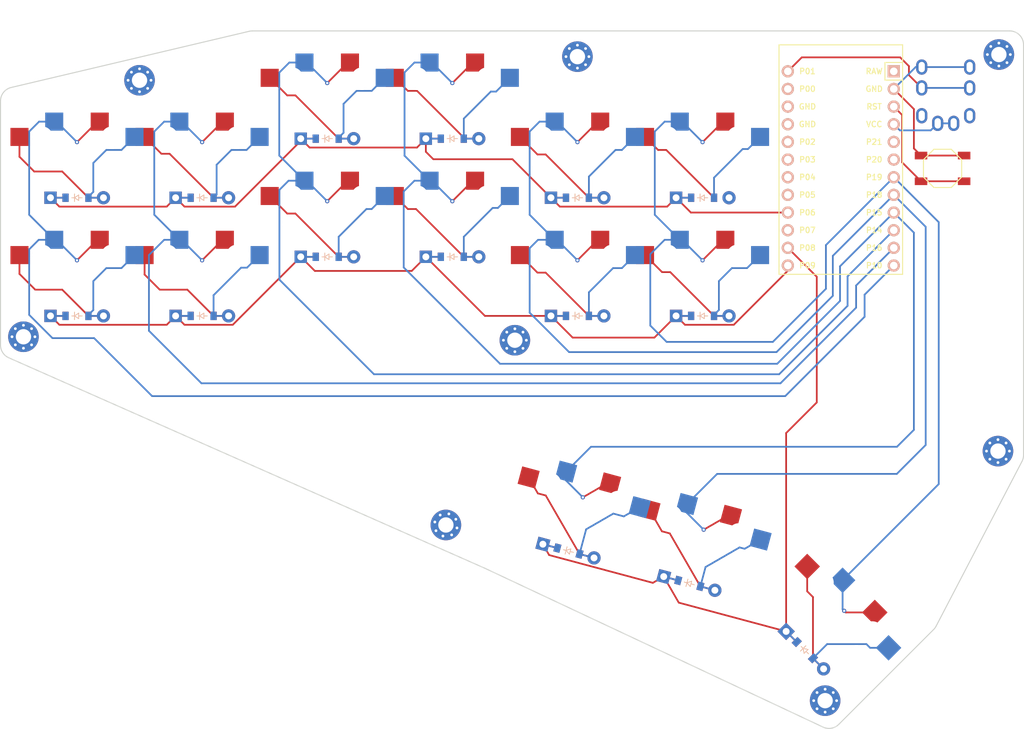
<source format=kicad_pcb>
(kicad_pcb (version 20211014) (generator pcbnew)
  (title_block (title "main") (rev "v1.0.0") (company "Unknown"))
  (layers (0 "F.Cu" signal) (31 "B.Cu" signal) (34 "B.Paste" user) (35 "F.Paste" user) (36 "B.SilkS" user "B.Silkscreen") (37 "F.SilkS" user "F.Silkscreen") (38 "B.Mask" user) (39 "F.Mask" user) (44 "Edge.Cuts" user))
  (net 0 "")
  (net 1 "P10")
  (net 2 "outer_bottom")
  (net 3 "outer_top")
  (net 4 "P16")
  (net 5 "pinky_bottom")
  (net 6 "pinky_top")
  (net 7 "P14")
  (net 8 "ring_bottom")
  (net 9 "ring_top")
  (net 10 "P15")
  (net 11 "middle_bottom")
  (net 12 "middle_top")
  (net 13 "P18")
  (net 14 "index_bottom")
  (net 15 "index_top")
  (net 16 "P19")
  (net 17 "inner_bottom")
  (net 18 "inner_top")
  (net 19 "left_row0")
  (net 20 "right_row0")
  (net 21 "inner_row0")
  (net 22 "P9")
  (net 23 "P6")
  (net 24 "P8")
  (net 25 "RAW")
  (net 26 "GND")
  (net 27 "RST")
  (net 28 "VCC")
  (net 29 "P21")
  (net 30 "P20")
  (net 31 "P1")
  (net 32 "P0")
  (net 33 "P2")
  (net 34 "P3")
  (net 35 "P4")
  (net 36 "P5")
  (net 37 "P7")
  (net 38 "NA")
  (footprint "E73:SW_TACT_ALPS_SKQGABE010" (layer "F.Cu") (at 192.286307 79.234243)
    (fp_text reference "B1" hide)
    (fp_text value "" hide)
  )
  (footprint "ComboDiode" (layer "F.Cu") (at 103.756299 91.954247)
    (fp_text reference "D5" hide)
    (fp_text value "" hide)
  )
  (footprint "PG1350" (layer "F.Cu") (at 85.756303 78.454243)
    (fp_text reference "S4" hide)
    (fp_text value "" hide)
  )
  (footprint "MountingHole_2.2mm_M2_Pad_Via" (layer "F.Cu") (at 200.256304 119.904245)
    (fp_text reference "_21" hide)
    (fp_text value "")
  )
  (footprint "PG1350" (layer "F.Cu") (at 157.142968 134.112984 -15)
    (fp_text reference "S14" hide)
    (fp_text value "" hide)
  )
  (footprint "ComboDiode" (layer "F.Cu") (at 139.756302 83.454247)
    (fp_text reference "D10" hide)
    (fp_text value "" hide)
  )
  (footprint "ComboDiode" (layer "F.Cu") (at 172.475171 148.541817 -45)
    (fp_text reference "D15" hide)
    (fp_text value "" hide)
  )
  (footprint "ComboDiode" (layer "F.Cu") (at 103.756303 74.954247)
    (fp_text reference "D6" hide)
    (fp_text value "" hide)
  )
  (footprint "VIA-0.6mm" (layer "F.Cu") (at 103.756302 83.954249)
    (fp_text reference "REF**" hide)
    (fp_text value "VIA-0.6mm" hide)
  )
  (footprint "VIA-0.6mm" (layer "F.Cu") (at 121.7563 83.954247)
    (fp_text reference "REF**" hide)
    (fp_text value "VIA-0.6mm" hide)
  )
  (footprint "ComboDiode" (layer "F.Cu") (at 121.756303 91.954246)
    (fp_text reference "D7" hide)
    (fp_text value "" hide)
  )
  (footprint "PG1350" (layer "F.Cu") (at 103.756301 69.954243)
    (fp_text reference "S6" hide)
    (fp_text value "" hide)
  )
  (footprint "ComboDiode" (layer "F.Cu") (at 67.756298 83.454244)
    (fp_text reference "D2" hide)
    (fp_text value "" hide)
  )
  (footprint "ComboDiode" (layer "F.Cu") (at 67.756303 100.454246)
    (fp_text reference "D1" hide)
    (fp_text value "" hide)
  )
  (footprint "ComboDiode" (layer "F.Cu") (at 85.756298 100.454246)
    (fp_text reference "D3" hide)
    (fp_text value "" hide)
  )
  (footprint "VIA-0.6mm" (layer "F.Cu") (at 157.756297 75.454243)
    (fp_text reference "REF**" hide)
    (fp_text value "VIA-0.6mm" hide)
  )
  (footprint "PG1350" (layer "F.Cu") (at 85.756296 95.454245)
    (fp_text reference "S3" hide)
    (fp_text value "" hide)
  )
  (footprint "VIA-0.6mm" (layer "F.Cu") (at 157.756296 92.454247)
    (fp_text reference "REF**" hide)
    (fp_text value "VIA-0.6mm" hide)
  )
  (footprint "ComboDiode" (layer "F.Cu") (at 155.848872 138.942621 -15)
    (fp_text reference "D14" hide)
    (fp_text value "" hide)
  )
  (footprint "PG1350" (layer "F.Cu") (at 139.7563 95.454248)
    (fp_text reference "S9" hide)
    (fp_text value "" hide)
  )
  (footprint "MountingHole_2.2mm_M2_Pad_Via" (layer "F.Cu") (at 175.39199 155.807337 -45)
    (fp_text reference "_23" hide)
    (fp_text value "")
  )
  (footprint "VIA-0.6mm" (layer "F.Cu") (at 67.756301 92.454247)
    (fp_text reference "REF**" hide)
    (fp_text value "VIA-0.6mm" hide)
  )
  (footprint "PG1350" (layer "F.Cu") (at 157.756304 95.454242)
    (fp_text reference "S11" hide)
    (fp_text value "" hide)
  )
  (footprint "VIA-0.6mm" (layer "F.Cu") (at 139.7563 75.454246)
    (fp_text reference "REF**" hide)
    (fp_text value "VIA-0.6mm" hide)
  )
  (footprint "VIA-0.6mm" (layer "F.Cu") (at 103.756301 66.954247)
    (fp_text reference "REF**" hide)
    (fp_text value "VIA-0.6mm" hide)
  )
  (footprint "PG1350" (layer "F.Cu") (at 176.010706 145.006281 -45)
    (fp_text reference "S15" hide)
    (fp_text value "" hide)
  )
  (footprint "VIA-0.6mm" (layer "F.Cu") (at 85.756301 92.454244)
    (fp_text reference "REF**" hide)
    (fp_text value "VIA-0.6mm" hide)
  )
  (footprint "VIA-0.6mm" (layer "F.Cu") (at 140.532754 126.55647 -15)
    (fp_text reference "REF**" hide)
    (fp_text value "VIA-0.6mm" hide)
  )
  (footprint "VIA-0.6mm" (layer "F.Cu") (at 178.132023 142.884962 -45)
    (fp_text reference "REF**" hide)
    (fp_text value "VIA-0.6mm" hide)
  )
  (footprint "PG1350" (layer "F.Cu") (at 139.756301 78.454248)
    (fp_text reference "S10" hide)
    (fp_text value "" hide)
  )
  (footprint "ComboDiode" (layer "F.Cu") (at 85.756298 83.454248)
    (fp_text reference "D4" hide)
    (fp_text value "" hide)
  )
  (footprint "PG1350" (layer "F.Cu") (at 139.756298 129.454245 -15)
    (fp_text reference "S13" hide)
    (fp_text value "" hide)
  )
  (footprint "VIA-0.6mm" (layer "F.Cu") (at 85.756296 75.454246)
    (fp_text reference "REF**" hide)
    (fp_text value "VIA-0.6mm" hide)
  )
  (footprint "MountingHole_2.2mm_M2_Pad_Via" (layer "F.Cu") (at 120.832249 130.5331 -15)
    (fp_text reference "_22" hide)
    (fp_text value "")
  )
  (footprint "MountingHole_2.2mm_M2_Pad_Via" (layer "F.Cu") (at 130.756301 103.954246)
    (fp_text reference "_20" hide)
    (fp_text value "")
  )
  (footprint "VIA-0.6mm" (layer "F.Cu") (at 157.919428 131.215209 -15)
    (fp_text reference "REF**" hide)
    (fp_text value "VIA-0.6mm" hide)
  )
  (footprint "MountingHole_2.2mm_M2_Pad_Via" (layer "F.Cu") (at 139.756301 63.154244)
    (fp_text reference "_17" hide)
    (fp_text value "")
  )
  (footprint "ComboDiode" (layer "F.Cu") (at 139.756298 100.454249)
    (fp_text reference "D9" hide)
    (fp_text value "" hide)
  )
  (footprint "PG1350" (layer "F.Cu") (at 157.756298 78.454244)
    (fp_text reference "S12" hide)
    (fp_text value "" hide)
  )
  (footprint "TRRS-PJ-320A-dual" (layer "F.Cu") (at 193.8863 61.454246)
    (fp_text reference "TRRS1")
    (fp_text value "TRRS-PJ-320A-dual")
  )
  (footprint "PG1350" (layer "F.Cu") (at 103.756305 86.954244)
    (fp_text reference "S5" hide)
    (fp_text value "" hide)
  )
  (footprint "PG1350" (layer "F.Cu") (at 67.756301 95.454244)
    (fp_text reference "S1" hide)
    (fp_text value "" hide)
  )
  (footprint "VIA-0.6mm" (layer "F.Cu") (at 67.756295 75.454244)
    (fp_text reference "REF**" hide)
    (fp_text value "VIA-0.6mm" hide)
  )
  (footprint "PG1350" (layer "F.Cu") (at 121.756303 86.954244)
    (fp_text reference "S7" hide)
    (fp_text value "" hide)
  )
  (footprint "ProMicro" (layer "F.Cu") (at 177.646296 79.234249 -90)
    (fp_text reference "MCU1" hide)
    (fp_text value "" hide)
  )
  (footprint "ComboDiode" (layer "F.Cu") (at 121.756302 74.954245)
    (fp_text reference "D8" hide)
    (fp_text value "" hide)
  )
  (footprint "ComboDiode" (layer "F.Cu") (at 157.756301 83.454246)
    (fp_text reference "D12" hide)
    (fp_text value "" hide)
  )
  (footprint "ComboDiode" (layer "F.Cu") (at 157.7563 100.454249)
    (fp_text reference "D11" hide)
    (fp_text value "" hide)
  )
  (footprint "MountingHole_2.2mm_M2_Pad_Via" (layer "F.Cu") (at 76.756302 66.554242)
    (fp_text reference "_16" hide)
    (fp_text value "")
  )
  (footprint "MountingHole_2.2mm_M2_Pad_Via" (layer "F.Cu") (at 200.386299 62.854247)
    (fp_text reference "_18" hide)
    (fp_text value "")
  )
  (footprint "PG1350" (layer "F.Cu") (at 67.756302 78.454245)
    (fp_text reference "S2" hide)
    (fp_text value "" hide)
  )
  (footprint "MountingHole_2.2mm_M2_Pad_Via" (layer "F.Cu") (at 60.056299 103.454246)
    (fp_text reference "_19" hide)
    (fp_text value "")
  )
  (footprint "VIA-0.6mm" (layer "F.Cu") (at 139.756303 92.454246)
    (fp_text reference "REF**" hide)
    (fp_text value "VIA-0.6mm" hide)
  )
  (footprint "ComboDiode" (layer "F.Cu") (at 138.462206 134.283877 -15)
    (fp_text reference "D13" hide)
    (fp_text value "" hide)
  )
  (footprint "VIA-0.6mm" (layer "F.Cu") (at 121.7563 66.954246)
    (fp_text reference "REF**" hide)
    (fp_text value "VIA-0.6mm" hide)
  )
  (footprint "PG1350" (layer "F.Cu") (at 121.756302 69.954245)
    (fp_text reference "S8" hide)
    (fp_text value "" hide)
  )
  (gr_arc (start 126.392648 136.740234) (mid 126.413463 136.749579) (end 126.43417 136.75916) (layer "Edge.Cuts") (width 0.15))
  (gr_arc (start 177.357393 159.215935) (mid 176.287774 159.771809) (end 175.092974 159.612011) (layer "Edge.Cuts") (width 0.15))
  (gr_line (start 203.936299 61.454246) (end 203.936298 120.464232) (layer "Edge.Cuts") (width 0.15))
  (gr_arc (start 92.529629 59.50777) (mid 92.757869 59.467675) (end 92.989214 59.454245) (layer "Edge.Cuts") (width 0.15))
  (gr_arc (start 56.756299 69.537017) (mid 57.18799 68.295877) (end 58.296716 67.590538) (layer "Edge.Cuts") (width 0.15))
  (gr_line (start 175.092974 159.612011) (end 126.434172 136.759156) (layer "Edge.Cuts") (width 0.15))
  (gr_arc (start 201.9363 59.454247) (mid 203.350515 60.040032) (end 203.936299 61.454246) (layer "Edge.Cuts") (width 0.15))
  (gr_line (start 58.296716 67.590538) (end 92.529629 59.50777) (layer "Edge.Cuts") (width 0.15))
  (gr_line (start 126.392648 136.740234) (end 57.94761 106.480919) (layer "Edge.Cuts") (width 0.15))
  (gr_line (start 92.989214 59.454245) (end 201.9363 59.454247) (layer "Edge.Cuts") (width 0.15))
  (gr_line (start 190.996252 145.577083) (end 177.357398 159.215937) (layer "Edge.Cuts") (width 0.15))
  (gr_line (start 203.709782 121.388761) (end 191.355529 145.087397) (layer "Edge.Cuts") (width 0.15))
  (gr_arc (start 191.355529 145.087397) (mid 191.194589 145.345959) (end 190.996252 145.577083) (layer "Edge.Cuts") (width 0.15))
  (gr_arc (start 57.947613 106.480922) (mid 57.080386 105.743181) (end 56.756302 104.651708) (layer "Edge.Cuts") (width 0.15))
  (gr_line (start 56.756302 104.651708) (end 56.756299 69.537017) (layer "Edge.Cuts") (width 0.15))
  (gr_arc (start 203.936302 120.464234) (mid 203.878848 120.940171) (end 203.709782 121.388761) (layer "Edge.Cuts") (width 0.15))
  (segment (start 71.031302 89.504248) (end 70.706297 89.504247) (width 0.25) (layer "F.Cu") (net 1))
  (segment (start 70.706297 89.504247) (end 67.756301 92.454247) (width 0.25) (layer "F.Cu") (net 1))
  (segment (start 70.706304 72.504246) (end 67.756295 75.454244) (width 0.25) (layer "F.Cu") (net 1))
  (segment (start 71.031301 72.504244) (end 70.706304 72.504246) (width 0.25) (layer "F.Cu") (net 1))
  (segment (start 78.565584 111.997326) (end 70.218922 103.650661) (width 0.25) (layer "B.Cu") (net 1))
  (segment (start 70.218922 103.650661) (end 64.227134 103.650658) (width 0.25) (layer "B.Cu") (net 1))
  (segment (start 60.881777 73.92779) (end 60.881776 85.904721) (width 0.25) (layer "B.Cu") (net 1))
  (segment (start 64.806301 89.504248) (end 67.756301 92.454247) (width 0.25) (layer "B.Cu") (net 1))
  (segment (start 169.646457 111.997327) (end 78.565584 111.997326) (width 0.25) (layer "B.Cu") (net 1))
  (segment (start 60.881779 90.875027) (end 62.252558 89.504246) (width 0.25) (layer "B.Cu") (net 1))
  (segment (start 64.806305 72.504244) (end 67.756295 75.454244) (width 0.25) (layer "B.Cu") (net 1))
  (segment (start 64.481301 72.504246) (end 64.806305 72.504244) (width 0.25) (layer "B.Cu") (net 1))
  (segment (start 181.068023 100.575754) (end 169.646457 111.997327) (width 0.25) (layer "B.Cu") (net 1))
  (segment (start 185.266301 93.204243) (end 181.068027 97.402523) (width 0.25) (layer "B.Cu") (net 1))
  (segment (start 64.227134 103.650658) (end 60.881782 100.305306) (width 0.25) (layer "B.Cu") (net 1))
  (segment (start 62.252558 89.504246) (end 64.481302 89.504246) (width 0.25) (layer "B.Cu") (net 1))
  (segment (start 181.068027 97.402523) (end 181.068023 100.575754) (width 0.25) (layer "B.Cu") (net 1))
  (segment (start 64.481301 72.504246) (end 62.305328 72.504247) (width 0.25) (layer "B.Cu") (net 1))
  (segment (start 60.881776 85.904721) (end 64.481302 89.504246) (width 0.25) (layer "B.Cu") (net 1))
  (segment (start 60.881782 100.305306) (end 60.881779 90.875027) (width 0.25) (layer "B.Cu") (net 1))
  (segment (start 62.305328 72.504247) (end 60.881777 73.92779) (width 0.25) (layer "B.Cu") (net 1))
  (segment (start 64.481302 89.504246) (end 64.806301 89.504248) (width 0.25) (layer "B.Cu") (net 1))
  (segment (start 69.406304 100.454244) (end 65.631722 96.679665) (width 0.25) (layer "F.Cu") (net 2))
  (segment (start 61.748716 96.679665) (end 59.4813 94.412252) (width 0.25) (layer "F.Cu") (net 2))
  (segment (start 71.5663 100.454246) (end 69.406301 100.454246) (width 0.25) (layer "F.Cu") (net 2))
  (segment (start 65.631722 96.679665) (end 61.748716 96.679665) (width 0.25) (layer "F.Cu") (net 2))
  (segment (start 59.4813 94.412252) (end 59.4813 91.704244) (width 0.25) (layer "F.Cu") (net 2))
  (segment (start 71.5663 100.454241) (end 69.406303 100.454245) (width 0.25) (layer "B.Cu") (net 2))
  (segment (start 69.406303 100.304245) (end 70.106303 99.604246) (width 0.25) (layer "B.Cu") (net 2))
  (segment (start 74.156779 93.578765) (end 76.031303 91.704245) (width 0.25) (layer "B.Cu") (net 2))
  (segment (start 69.406303 100.454245) (end 69.406303 100.304245) (width 0.25) (layer "B.Cu") (net 2))
  (segment (start 71.979848 93.578765) (end 74.156779 93.578765) (width 0.25) (layer "B.Cu") (net 2))
  (segment (start 70.106303 99.604246) (end 70.106302 95.452311) (width 0.25) (layer "B.Cu") (net 2))
  (segment (start 70.106302 95.452311) (end 71.979848 93.578765) (width 0.25) (layer "B.Cu") (net 2))
  (segment (start 61.603986 79.679664) (end 59.481301 77.556981) (width 0.25) (layer "F.Cu") (net 3))
  (segment (start 59.481301 77.556981) (end 59.481303 74.704245) (width 0.25) (layer "F.Cu") (net 3))
  (segment (start 65.631724 79.679665) (end 61.603986 79.679664) (width 0.25) (layer "F.Cu") (net 3))
  (segment (start 69.4063 83.454242) (end 65.631724 79.679665) (width 0.25) (layer "F.Cu") (net 3))
  (segment (start 71.5663 83.454246) (end 69.406301 83.454245) (width 0.25) (layer "F.Cu") (net 3))
  (segment (start 71.566302 83.454246) (end 69.406299 83.454247) (width 0.25) (layer "B.Cu") (net 3))
  (segment (start 69.406297 83.304244) (end 70.1063 82.604243) (width 0.25) (layer "B.Cu") (net 3))
  (segment (start 71.979849 76.578764) (end 74.156782 76.578767) (width 0.25) (layer "B.Cu") (net 3))
  (segment (start 69.406297 83.454244) (end 69.406297 83.304244) (width 0.25) (layer "B.Cu") (net 3))
  (segment (start 70.1063 82.604243) (end 70.106298 78.452316) (width 0.25) (layer "B.Cu") (net 3))
  (segment (start 70.106298 78.452316) (end 71.979849 76.578764) (width 0.25) (layer "B.Cu") (net 3))
  (segment (start 74.156782 76.578767) (end 76.031303 74.704244) (width 0.25) (layer "B.Cu") (net 3))
  (segment (start 89.031299 72.504246) (end 88.706301 72.504248) (width 0.25) (layer "F.Cu") (net 4))
  (segment (start 89.031302 89.504245) (end 88.7063 89.504247) (width 0.25) (layer "F.Cu") (net 4))
  (segment (start 88.706301 72.504248) (end 85.756296 75.454246) (width 0.25) (layer "F.Cu") (net 4))
  (segment (start 88.7063 89.504247) (end 85.756301 92.454244) (width 0.25) (layer "F.Cu") (net 4))
  (segment (start 78.109778 91.699796) (end 80.305325 89.504248) (width 0.25) (layer "B.Cu") (net 4))
  (segment (start 179.847603 96.082941) (end 179.847602 99.26975) (width 0.25) (layer "B.Cu") (net 4))
  (segment (start 82.481297 89.504243) (end 82.806297 89.504245) (width 0.25) (layer "B.Cu") (net 4))
  (segment (start 82.806302 72.504246) (end 85.756296 75.454246) (width 0.25) (layer "B.Cu") (net 4))
  (segment (start 85.662906 110.150828) (end 78.109774 102.597701) (width 0.25) (layer "B.Cu") (net 4))
  (segment (start 82.481299 72.504249) (end 80.305328 72.504248) (width 0.25) (layer "B.Cu") (net 4))
  (segment (start 78.109774 102.597701) (end 78.109778 91.699796) (width 0.25) (layer "B.Cu") (net 4))
  (segment (start 80.305325 89.504248) (end 82.481297 89.504243) (width 0.25) (layer "B.Cu") (net 4))
  (segment (start 179.847602 99.26975) (end 168.966518 110.150833) (width 0.25) (layer "B.Cu") (net 4))
  (segment (start 78.877121 85.900067) (end 82.481297 89.504243) (width 0.25) (layer "B.Cu") (net 4))
  (segment (start 82.806297 89.504245) (end 85.756301 92.454244) (width 0.25) (layer "B.Cu") (net 4))
  (segment (start 80.305328 72.504248) (end 78.877126 73.932455) (width 0.25) (layer "B.Cu") (net 4))
  (segment (start 82.481299 72.504249) (end 82.806302 72.504246) (width 0.25) (layer "B.Cu") (net 4))
  (segment (start 168.966518 110.150833) (end 85.662906 110.150828) (width 0.25) (layer "B.Cu") (net 4))
  (segment (start 185.266304 90.664244) (end 179.847603 96.082941) (width 0.25) (layer "B.Cu") (net 4))
  (segment (start 78.877126 73.932455) (end 78.877121 85.900067) (width 0.25) (layer "B.Cu") (net 4))
  (segment (start 87.406301 100.454244) (end 83.63172 96.679668) (width 0.25) (layer "F.Cu") (net 5))
  (segment (start 89.566304 100.454244) (end 87.4063 100.454248) (width 0.25) (layer "F.Cu") (net 5))
  (segment (start 83.63172 96.679668) (end 79.659753 96.679667) (width 0.25) (layer "F.Cu") (net 5))
  (segment (start 79.659753 96.679667) (end 77.481299 94.501215) (width 0.25) (layer "F.Cu") (net 5))
  (segment (start 77.481299 94.501215) (end 77.481298 91.704248) (width 0.25) (layer "F.Cu") (net 5))
  (segment (start 87.406297 100.454246) (end 87.406299 97.482264) (width 0.25) (layer "B.Cu") (net 5))
  (segment (start 87.406299 97.482264) (end 91.37252 93.516045) (width 0.25) (layer "B.Cu") (net 5))
  (segment (start 89.566302 100.454245) (end 87.4063 100.454244) (width 0.25) (layer "B.Cu") (net 5))
  (segment (start 91.37252 93.516045) (end 92.219501 93.516044) (width 0.25) (layer "B.Cu") (net 5))
  (segment (start 92.219501 93.516044) (end 94.031298 91.704248) (width 0.25) (layer "B.Cu") (net 5))
  (segment (start 79.904241 77.127183) (end 77.4813 74.704244) (width 0.25) (layer "F.Cu") (net 6))
  (segment (start 87.406299 83.454247) (end 81.079235 77.12718) (width 0.25) (layer "F.Cu") (net 6))
  (segment (start 89.5663 83.454244) (end 87.406302 83.454246) (width 0.25) (layer "F.Cu") (net 6))
  (segment (start 81.079235 77.12718) (end 79.904241 77.127183) (width 0.25) (layer "F.Cu") (net 6))
  (segment (start 87.845324 78.713293) (end 89.979849 76.578763) (width 0.25) (layer "B.Cu") (net 6))
  (segment (start 89.566296 83.454247) (end 87.406297 83.454248) (width 0.25) (layer "B.Cu") (net 6))
  (segment (start 87.4063 83.454248) (end 87.845324 83.015223) (width 0.25) (layer "B.Cu") (net 6))
  (segment (start 89.979849 76.578763) (end 92.156782 76.578767) (width 0.25) (layer "B.Cu") (net 6))
  (segment (start 87.845324 83.015223) (end 87.845324 78.713293) (width 0.25) (layer "B.Cu") (net 6))
  (segment (start 92.156782 76.578767) (end 94.031301 74.704244) (width 0.25) (layer "B.Cu") (net 6))
  (segment (start 107.031302 81.004244) (end 106.706302 81.004244) (width 0.25) (layer "F.Cu") (net 7))
  (segment (start 106.706298 64.004245) (end 103.756301 66.954247) (width 0.25) (layer "F.Cu") (net 7))
  (segment (start 106.706302 81.004244) (end 103.756302 83.954249) (width 0.25) (layer "F.Cu") (net 7))
  (segment (start 107.031302 64.004243) (end 106.706298 64.004245) (width 0.25) (layer "F.Cu") (net 7))
  (segment (start 178.619523 99.005348) (end 168.77609 108.848782) (width 0.25) (layer "B.Cu") (net 7))
  (segment (start 178.619524 94.771021) (end 178.619523 99.005348) (width 0.25) (layer "B.Cu") (net 7))
  (segment (start 100.806301 64.004246) (end 103.756301 66.954247) (width 0.25) (layer "B.Cu") (net 7))
  (segment (start 96.861081 77.38403) (end 100.481298 81.004246) (width 0.25) (layer "B.Cu") (net 7))
  (segment (start 168.77609 108.848782) (end 110.488825 108.848781) (width 0.25) (layer "B.Cu") (net 7))
  (segment (start 100.4813 64.004244) (end 98.305327 64.004247) (width 0.25) (layer "B.Cu") (net 7))
  (segment (start 98.305327 64.004247) (end 96.861083 65.448489) (width 0.25) (layer "B.Cu") (net 7))
  (segment (start 100.481298 81.004246) (end 100.806297 81.004247) (width 0.25) (layer "B.Cu") (net 7))
  (segment (start 185.2663 88.124245) (end 178.619524 94.771021) (width 0.25) (layer "B.Cu") (net 7))
  (segment (start 96.861083 65.448489) (end 96.861081 77.38403) (width 0.25) (layer "B.Cu") (net 7))
  (segment (start 98.196426 81.004245) (end 100.481298 81.004246) (width 0.25) (layer "B.Cu") (net 7))
  (segment (start 100.4813 64.004244) (end 100.806301 64.004246) (width 0.25) (layer "B.Cu") (net 7))
  (segment (start 96.881781 82.318887) (end 98.196426 81.004245) (width 0.25) (layer "B.Cu") (net 7))
  (segment (start 100.806297 81.004247) (end 103.756302 83.954249) (width 0.25) (layer "B.Cu") (net 7))
  (segment (start 110.488825 108.848781) (end 96.881777 95.241731) (width 0.25) (layer "B.Cu") (net 7))
  (segment (start 96.881777 95.241731) (end 96.881781 82.318887) (width 0.25) (layer "B.Cu") (net 7))
  (segment (start 98.00588 85.728823) (end 95.481302 83.204246) (width 0.25) (layer "F.Cu") (net 8))
  (segment (start 99.180874 85.728822) (end 98.00588 85.728823) (width 0.25) (layer "F.Cu") (net 8))
  (segment (start 105.406298 91.954248) (end 99.180874 85.728822) (width 0.25) (layer "F.Cu") (net 8))
  (segment (start 107.566299 91.954247) (end 105.406302 91.954247) (width 0.25) (layer "F.Cu") (net 8))
  (segment (start 105.406298 89.07124) (end 109.398775 85.078765) (width 0.25) (layer "B.Cu") (net 8))
  (segment (start 105.406298 91.954245) (end 105.406298 89.07124) (width 0.25) (layer "B.Cu") (net 8))
  (segment (start 109.398775 85.078765) (end 110.156781 85.078765) (width 0.25) (layer "B.Cu") (net 8))
  (segment (start 107.566299 91.954247) (end 105.406298 91.954245) (width 0.25) (layer "B.Cu") (net 8))
  (segment (start 110.156781 85.078765) (end 112.031303 83.204245) (width 0.25) (layer "B.Cu") (net 8))
  (segment (start 99.180879 68.728825) (end 98.005879 68.728823) (width 0.25) (layer "F.Cu") (net 9))
  (segment (start 98.005879 68.728823) (end 95.481298 66.204244) (width 0.25) (layer "F.Cu") (net 9))
  (segment (start 105.406303 74.954248) (end 99.180879 68.728825) (width 0.25) (layer "F.Cu") (net 9))
  (segment (start 107.566297 74.954247) (end 105.406299 74.954247) (width 0.25) (layer "F.Cu") (net 9))
  (segment (start 105.406303 74.954247) (end 105.406301 74.804245) (width 0.25) (layer "B.Cu") (net 9))
  (segment (start 107.979847 68.078765) (end 110.156779 68.078764) (width 0.25) (layer "B.Cu") (net 9))
  (segment (start 106.106301 74.104247) (end 106.106302 69.952309) (width 0.25) (layer "B.Cu") (net 9))
  (segment (start 105.406301 74.804245) (end 106.106301 74.104247) (width 0.25) (layer "B.Cu") (net 9))
  (segment (start 107.566303 74.954243) (end 105.406303 74.954248) (width 0.25) (layer "B.Cu") (net 9))
  (segment (start 106.106302 69.952309) (end 107.979847 68.078765) (width 0.25) (layer "B.Cu") (net 9))
  (segment (start 110.156779 68.078764) (end 112.0313 66.204243) (width 0.25) (layer "B.Cu") (net 9))
  (segment (start 144.459678 124.55462) (end 144.145753 124.470504) (width 0.25) (layer "F.Cu") (net 10))
  (segment (start 124.706298 64.004246) (end 121.7563 66.954246) (width 0.25) (layer "F.Cu") (net 10))
  (segment (start 124.706301 81.004247) (end 121.7563 83.954247) (width 0.25) (layer "F.Cu") (net 10))
  (segment (start 125.031301 64.004247) (end 124.706298 64.004246) (width 0.25) (layer "F.Cu") (net 10))
  (segment (start 125.031305 81.004248) (end 124.706301 81.004247) (width 0.25) (layer "F.Cu") (net 10))
  (segment (start 144.145753 124.470504) (end 140.532754 126.55647) (width 0.25) (layer "F.Cu") (net 10))
  (segment (start 128.62031 107.339254) (end 114.761494 93.480431) (width 0.25) (layer "B.Cu") (net 10))
  (segment (start 188.15811 88.476056) (end 188.158111 116.851211) (width 0.25) (layer "B.Cu") (net 10))
  (segment (start 177.533315 93.31723) (end 177.533318 98.303773) (width 0.25) (layer "B.Cu") (net 10))
  (segment (start 118.481298 81.004244) (end 118.806298 81.004245) (width 0.25) (layer "B.Cu") (net 10))
  (segment (start 114.761494 93.480431) (end 114.761491 82.548079) (width 0.25) (layer "B.Cu") (net 10))
  (segment (start 141.711087 119.281135) (end 138.132868 122.859353) (width 0.25) (layer "B.Cu") (net 10))
  (segment (start 185.728189 119.281136) (end 141.711087 119.281135) (width 0.25) (layer "B.Cu") (net 10))
  (segment (start 185.266299 85.584246) (end 188.15811 88.476056) (width 0.25) (layer "B.Cu") (net 10))
  (segment (start 185.266299 85.584246) (end 177.533315 93.31723) (width 0.25) (layer "B.Cu") (net 10))
  (segment (start 114.881781 77.404725) (end 118.481298 81.004244) (width 0.25) (layer "B.Cu") (net 10))
  (segment (start 118.806302 64.004246) (end 121.7563 66.954246) (width 0.25) (layer "B.Cu") (net 10))
  (segment (start 138.132864 124.156579) (end 140.532754 126.55647) (width 0.25) (layer "B.Cu") (net 10))
  (segment (start 118.806298 81.004245) (end 121.7563 83.954247) (width 0.25) (layer "B.Cu") (net 10))
  (segment (start 188.158111 116.851211) (end 185.728189 119.281136) (width 0.25) (layer "B.Cu") (net 10))
  (segment (start 116.305327 81.004247) (end 118.481298 81.004244) (width 0.25) (layer "B.Cu") (net 10))
  (segment (start 118.4813 64.004244) (end 116.305326 64.004243) (width 0.25) (layer "B.Cu") (net 10))
  (segment (start 138.132868 122.859353) (end 138.132864 124.156579) (width 0.25) (layer "B.Cu") (net 10))
  (segment (start 114.881779 65.427791) (end 114.881781 77.404725) (width 0.25) (layer "B.Cu") (net 10))
  (segment (start 177.533318 98.303773) (end 168.497835 107.339248) (width 0.25) (layer "B.Cu") (net 10))
  (segment (start 118.4813 64.004244) (end 118.806302 64.004246) (width 0.25) (layer "B.Cu") (net 10))
  (segment (start 114.761491 82.548079) (end 116.305327 81.004247) (width 0.25) (layer "B.Cu") (net 10))
  (segment (start 116.305326 64.004243) (end 114.881779 65.427791) (width 0.25) (layer "B.Cu") (net 10))
  (segment (start 168.497835 107.339248) (end 128.62031 107.339254) (width 0.25) (layer "B.Cu") (net 10))
  (segment (start 123.406301 91.954247) (end 116.530822 85.078768) (width 0.25) (layer "F.Cu") (net 11))
  (segment (start 116.530822 85.078768) (end 115.355819 85.078766) (width 0.25) (layer "F.Cu") (net 11))
  (segment (start 125.566297 91.954248) (end 123.406299 91.954247) (width 0.25) (layer "F.Cu") (net 11))
  (segment (start 115.355819 85.078766) (end 113.4813 83.204247) (width 0.25) (layer "F.Cu") (net 11))
  (segment (start 128.315192 84.920354) (end 130.031303 83.204245) (width 0.25) (layer "B.Cu") (net 11))
  (segment (start 125.566302 91.954248) (end 123.406303 91.954247) (width 0.25) (layer "B.Cu") (net 11))
  (segment (start 127.557186 84.920355) (end 128.315192 84.920354) (width 0.25) (layer "B.Cu") (net 11))
  (segment (start 123.406303 91.954246) (end 123.4063 89.071237) (width 0.25) (layer "B.Cu") (net 11))
  (segment (start 123.4063 89.071237) (end 127.557186 84.920355) (width 0.25) (layer "B.Cu") (net 11))
  (segment (start 116.680821 68.078767) (end 115.355822 68.078765) (width 0.25) (layer "F.Cu") (net 12))
  (segment (start 123.406302 74.954247) (end 123.406302 74.804245) (width 0.25) (layer "F.Cu") (net 12))
  (segment (start 123.406302 74.804245) (end 116.680821 68.078767) (width 0.25) (layer "F.Cu") (net 12))
  (segment (start 115.355822 68.078765) (end 113.481301 66.204245) (width 0.25) (layer "F.Cu") (net 12))
  (segment (start 125.566301 74.954243) (end 123.406299 74.954247) (width 0.25) (layer "F.Cu") (net 12))
  (segment (start 127.298422 68.179114) (end 128.056433 68.179115) (width 0.25) (layer "B.Cu") (net 12))
  (segment (start 125.566303 74.954245) (end 123.406304 74.954245) (width 0.25) (layer "B.Cu") (net 12))
  (segment (start 128.056433 68.179115) (end 130.031301 66.204247) (width 0.25) (layer "B.Cu") (net 12))
  (segment (start 123.406304 72.071238) (end 127.298422 68.179114) (width 0.25) (layer "B.Cu") (net 12))
  (segment (start 123.406302 74.954247) (end 123.406304 72.071238) (width 0.25) (layer "B.Cu") (net 12))
  (segment (start 161.532422 129.129245) (end 157.919428 131.215209) (width 0.25) (layer "F.Cu") (net 13))
  (segment (start 142.7063 72.504247) (end 139.7563 75.454246) (width 0.25) (layer "F.Cu") (net 13))
  (segment (start 143.0313 72.504244) (end 142.7063 72.504247) (width 0.25) (layer "F.Cu") (net 13))
  (segment (start 143.031299 89.504247) (end 142.7063 89.504247) (width 0.25) (layer "F.Cu") (net 13))
  (segment (start 142.7063 89.504247) (end 139.756303 92.454246) (width 0.25) (layer "F.Cu") (net 13))
  (segment (start 161.846348 129.213361) (end 161.532422 129.129245) (width 0.25) (layer "F.Cu") (net 13))
  (segment (start 136.481302 72.504248) (end 134.305327 72.504246) (width 0.25) (layer "B.Cu") (net 13))
  (segment (start 138.555136 105.663469) (end 132.88178 99.990116) (width 0.25) (layer "B.Cu") (net 13))
  (segment (start 134.091996 89.504247) (end 136.481303 89.504245) (width 0.25) (layer "B.Cu") (net 13))
  (segment (start 185.266303 83.044245) (end 189.856447 87.634393) (width 0.25) (layer "B.Cu") (net 13))
  (segment (start 136.481302 72.504248) (end 136.806301 72.504248) (width 0.25) (layer "B.Cu") (net 13))
  (segment (start 132.88178 99.990116) (end 132.881779 90.714461) (width 0.25) (layer "B.Cu") (net 13))
  (segment (start 136.806301 72.504248) (end 139.7563 75.454246) (width 0.25) (layer "B.Cu") (net 13))
  (segment (start 176.496022 97.563731) (end 168.396284 105.663472) (width 0.25) (layer "B.Cu") (net 13))
  (segment (start 189.856445 119.03013) (end 185.699999 123.186572) (width 0.25) (layer "B.Cu") (net 13))
  (segment (start 168.396284 105.663472) (end 138.555136 105.663469) (width 0.25) (layer "B.Cu") (net 13))
  (segment (start 185.266303 83.044245) (end 176.496027 91.814524) (width 0.25) (layer "B.Cu") (net 13))
  (segment (start 189.856447 87.634393) (end 189.856445 119.03013) (width 0.25) (layer "B.Cu") (net 13))
  (segment (start 155.519535 128.815321) (end 157.919428 131.215209) (width 0.25) (layer "B.Cu") (net 13))
  (segment (start 132.881779 90.714461) (end 134.091996 89.504247) (width 0.25) (layer "B.Cu") (net 13))
  (segment (start 155.519532 127.518099) (end 155.519535 128.815321) (width 0.25) (layer "B.Cu") (net 13))
  (segment (start 136.8063 89.504249) (end 139.756303 92.454246) (width 0.25) (layer "B.Cu") (net 13))
  (segment (start 176.496027 91.814524) (end 176.496022 97.563731) (width 0.25) (layer "B.Cu") (net 13))
  (segment (start 159.851053 123.186572) (end 155.519532 127.518099) (width 0.25) (layer "B.Cu") (net 13))
  (segment (start 132.881782 73.927797) (end 132.881779 85.904724) (width 0.25) (layer "B.Cu") (net 13))
  (segment (start 185.699999 123.186572) (end 159.851053 123.186572) (width 0.25) (layer "B.Cu") (net 13))
  (segment (start 134.305327 72.504246) (end 132.881782 73.927797) (width 0.25) (layer "B.Cu") (net 13))
  (segment (start 132.881779 85.904724) (end 136.481303 89.504245) (width 0.25) (layer "B.Cu") (net 13))
  (segment (start 136.481303 89.504245) (end 136.8063 89.504249) (width 0.25) (layer "B.Cu") (net 13))
  (segment (start 141.406302 100.454249) (end 135.180879 94.228828) (width 0.25) (layer "F.Cu") (net 14))
  (segment (start 134.005879 94.228829) (end 131.4813 91.704247) (width 0.25) (layer "F.Cu") (net 14))
  (segment (start 143.566299 100.454246) (end 141.406301 100.454249) (width 0.25) (layer "F.Cu") (net 14))
  (segment (start 135.180879 94.228828) (end 134.005879 94.228829) (width 0.25) (layer "F.Cu") (net 14))
  (segment (start 144.881732 93.578769) (end 146.156779 93.57877) (width 0.25) (layer "B.Cu") (net 14))
  (segment (start 141.406299 97.0542) (end 144.881732 93.578769) (width 0.25) (layer "B.Cu") (net 14))
  (segment (start 141.406299 100.454248) (end 141.406299 97.0542) (width 0.25) (layer "B.Cu") (net 14))
  (segment (start 143.5663 100.454251) (end 141.406302 100.454249) (width 0.25) (layer "B.Cu") (net 14))
  (segment (start 146.156779 93.57877) (end 148.031298 91.704247) (width 0.25) (layer "B.Cu") (net 14))
  (segment (start 134.00588 77.228829) (end 131.4813 74.704249) (width 0.25) (layer "F.Cu") (net 15))
  (segment (start 143.566301 83.454247) (end 141.4063 83.454247) (width 0.25) (layer "F.Cu") (net 15))
  (segment (start 141.406303 83.454245) (end 135.180881 77.228827) (width 0.25) (layer "F.Cu") (net 15))
  (segment (start 135.180881 77.228827) (end 134.00588 77.228829) (width 0.25) (layer "F.Cu") (net 15))
  (segment (start 143.566301 83.454247) (end 141.406302 83.454246) (width 0.25) (layer "B.Cu") (net 15))
  (segment (start 141.4063 80.407848) (end 145.235381 76.578768) (width 0.25) (layer "B.Cu") (net 15))
  (segment (start 145.235381 76.578768) (end 146.15678 76.578769) (width 0.25) (layer "B.Cu") (net 15))
  (segment (start 141.406301 83.454246) (end 141.4063 80.407848) (width 0.25) (layer "B.Cu") (net 15))
  (segment (start 146.15678 76.578769) (end 148.031302 74.704249) (width 0.25) (layer "B.Cu") (net 15))
  (segment (start 160.706299 89.504249) (end 157.756296 92.454247) (width 0.25) (layer "F.Cu") (net 16))
  (segment (start 182.533765 143.114776) (end 178.361835 143.11477) (width 0.25) (layer "F.Cu") (net 16))
  (segment (start 160.706301 72.504249) (end 157.756297 75.454243) (width 0.25) (layer "F.Cu") (net 16))
  (segment (start 178.361835 143.11477) (end 178.132023 142.884962) (width 0.25) (layer "F.Cu") (net 16))
  (segment (start 161.031299 72.504247) (end 160.706301 72.504249) (width 0.25) (layer "F.Cu") (net 16))
  (segment (start 161.031302 89.504247) (end 160.706299 89.504249) (width 0.25) (layer "F.Cu") (net 16))
  (segment (start 191.732443 86.970395) (end 191.732444 124.652994) (width 0.25) (layer "B.Cu") (net 16))
  (segment (start 150.881781 73.92779) (end 150.881781 85.904723) (width 0.25) (layer "B.Cu") (net 16))
  (segment (start 167.866221 104.194275) (end 152.590398 104.194274) (width 0.25) (layer "B.Cu") (net 16))
  (segment (start 152.305326 72.504249) (end 150.881781 73.92779) (width 0.25) (layer "B.Cu") (net 16))
  (segment (start 185.2663 80.504245) (end 191.732443 86.970395) (width 0.25) (layer "B.Cu") (net 16))
  (segment (start 152.305328 89.504247) (end 154.4813 89.504244) (width 0.25) (layer "B.Cu") (net 16))
  (segment (start 152.590398 104.194274) (end 150.236857 101.840731) (width 0.25) (layer "B.Cu") (net 16))
  (segment (start 191.732444 124.652994) (end 177.902216 138.483224) (width 0.25) (layer "B.Cu") (net 16))
  (segment (start 154.481297 72.504244) (end 154.806302 72.504244) (width 0.25) (layer "B.Cu") (net 16))
  (segment (start 175.504136 90.26641) (end 175.504134 96.556364) (width 0.25) (layer "B.Cu") (net 16))
  (segment (start 154.806302 89.504248) (end 157.756296 92.454247) (width 0.25) (layer "B.Cu") (net 16))
  (segment (start 177.902215 142.655152) (end 178.132023 142.884962) (width 0.25) (layer "B.Cu") (net 16))
  (segment (start 175.504134 96.556364) (end 167.866221 104.194275) (width 0.25) (layer "B.Cu") (net 16))
  (segment (start 185.2663 80.504245) (end 175.504136 90.26641) (width 0.25) (layer "B.Cu") (net 16))
  (segment (start 154.4813 89.504244) (end 154.806302 89.504248) (width 0.25) (layer "B.Cu") (net 16))
  (segment (start 154.481297 72.504244) (end 152.305326 72.504249) (width 0.25) (layer "B.Cu") (net 16))
  (segment (start 150.236857 101.840731) (end 150.236856 91.572718) (width 0.25) (layer "B.Cu") (net 16))
  (segment (start 177.902216 138.483224) (end 177.902215 142.655152) (width 0.25) (layer "B.Cu") (net 16))
  (segment (start 150.881781 85.904723) (end 154.4813 89.504244) (width 0.25) (layer "B.Cu") (net 16))
  (segment (start 154.806302 72.504244) (end 157.756297 75.454243) (width 0.25) (layer "B.Cu") (net 16))
  (segment (start 150.236856 91.572718) (end 152.305328 89.504247) (width 0.25) (layer "B.Cu") (net 16))
  (segment (start 153.110695 94.158641) (end 151.935701 94.158642) (width 0.25) (layer "F.Cu") (net 17))
  (segment (start 161.566304 100.454247) (end 159.4063 100.454244) (width 0.25) (layer "F.Cu") (net 17))
  (segment (start 151.935701 94.158642) (end 149.4813 91.704242) (width 0.25) (layer "F.Cu") (net 17))
  (segment (start 159.406301 100.454249) (end 153.110695 94.158641) (width 0.25) (layer "F.Cu") (net 17))
  (segment (start 159.406299 100.454247) (end 159.406299 100.304248) (width 0.25) (layer "B.Cu") (net 17))
  (segment (start 161.566301 100.454248) (end 159.406302 100.454247) (width 0.25) (layer "B.Cu") (net 17))
  (segment (start 161.979848 93.578763) (end 164.156783 93.578763) (width 0.25) (layer "B.Cu") (net 17))
  (segment (start 164.156783 93.578763) (end 166.031304 91.704242) (width 0.25) (layer "B.Cu") (net 17))
  (segment (start 159.406299 100.304248) (end 160.106299 99.604248) (width 0.25) (layer "B.Cu") (net 17))
  (segment (start 160.106299 99.604248) (end 160.106297 95.452312) (width 0.25) (layer "B.Cu") (net 17))
  (segment (start 160.106297 95.452312) (end 161.979848 93.578763) (width 0.25) (layer "B.Cu") (net 17))
  (segment (start 151.355819 76.578762) (end 149.481299 74.704244) (width 0.25) (layer "F.Cu") (net 18))
  (segment (start 152.530822 76.578765) (end 151.355819 76.578762) (width 0.25) (layer "F.Cu") (net 18))
  (segment (start 159.4063 83.454244) (end 152.530822 76.578765) (width 0.25) (layer "F.Cu") (net 18))
  (segment (start 163.529915 76.447618) (end 164.287926 76.447618) (width 0.25) (layer "B.Cu") (net 18))
  (segment (start 159.4063 80.571233) (end 163.529915 76.447618) (width 0.25) (layer "B.Cu") (net 18))
  (segment (start 164.287926 76.447618) (end 166.031298 74.704244) (width 0.25) (layer "B.Cu") (net 18))
  (segment (start 159.406302 83.454245) (end 159.4063 80.571233) (width 0.25) (layer "B.Cu") (net 18))
  (segment (start 142.142384 135.269978) (end 140.055984 134.710928) (width 0.25) (layer "F.Cu") (net 19))
  (segment (start 134.059321 125.986106) (end 132.733834 123.690297) (width 0.25) (layer "F.Cu") (net 19))
  (segment (start 135.194285 126.290218) (end 134.059321 125.986106) (width 0.25) (layer "F.Cu") (net 19))
  (segment (start 140.055984 134.710926) (end 135.194285 126.290218) (width 0.25) (layer "F.Cu") (net 19))
  (segment (start 140.055984 134.710927) (end 141.008804 131.154951) (width 0.25) (layer "B.Cu") (net 19))
  (segment (start 144.920717 128.896408) (end 146.424095 129.299236) (width 0.25) (layer "B.Cu") (net 19))
  (segment (start 146.424095 129.299236) (end 148.719906 127.973751) (width 0.25) (layer "B.Cu") (net 19))
  (segment (start 141.008804 131.154951) (end 144.920717 128.896408) (width 0.25) (layer "B.Cu") (net 19))
  (segment (start 142.142382 135.269975) (end 140.055984 134.710928) (width 0.25) (layer "B.Cu") (net 19))
  (segment (start 153.040611 131.745113) (end 151.905649 131.441002) (width 0.25) (layer "F.Cu") (net 20))
  (segment (start 157.44265 139.36967) (end 153.040611 131.745113) (width 0.25) (layer "F.Cu") (net 20))
  (segment (start 159.529049 139.928719) (end 157.442647 139.369671) (width 0.25) (layer "F.Cu") (net 20))
  (segment (start 151.905649 131.441002) (end 150.120502 128.349035) (width 0.25) (layer "F.Cu") (net 20))
  (segment (start 159.529049 139.928719) (end 157.442652 139.369673) (width 0.25) (layer "B.Cu") (net 20))
  (segment (start 158.188829 136.584893) (end 163.078586 133.761791) (width 0.25) (layer "B.Cu") (net 20))
  (segment (start 163.810766 133.957978) (end 166.106576 132.632491) (width 0.25) (layer "B.Cu") (net 20))
  (segment (start 163.078586 133.761791) (end 163.810766 133.957978) (width 0.25) (layer "B.Cu") (net 20))
  (segment (start 157.442652 139.369671) (end 158.188829 136.584893) (width 0.25) (layer "B.Cu") (net 20))
  (segment (start 175.169248 151.235894) (end 173.641898 149.708539) (width 0.25) (layer "F.Cu") (net 21))
  (segment (start 173.641896 140.904468) (end 172.811049 140.073618) (width 0.25) (layer "F.Cu") (net 21))
  (segment (start 173.641897 149.708543) (end 173.641896 140.904468) (width 0.25) (layer "F.Cu") (net 21))
  (segment (start 172.811049 140.073618) (end 172.811047 136.503327) (width 0.25) (layer "F.Cu") (net 21))
  (segment (start 175.16925 151.235888) (end 173.641894 149.708542) (width 0.25) (layer "B.Cu") (net 21))
  (segment (start 173.641898 149.708545) (end 175.680494 147.669947) (width 0.25) (layer "B.Cu") (net 21))
  (segment (start 181.862693 148.20594) (end 184.513665 148.20594) (width 0.25) (layer "B.Cu") (net 21))
  (segment (start 181.3267 147.669947) (end 181.862693 148.20594) (width 0.25) (layer "B.Cu") (net 21))
  (segment (start 175.680494 147.669947) (end 181.3267 147.669947) (width 0.25) (layer "B.Cu") (net 21))
  (segment (start 153.946301 100.454248) (end 155.223313 101.731257) (width 0.25) (layer "F.Cu") (net 22))
  (segment (start 81.946301 100.454246) (end 83.223308 101.731258) (width 0.25) (layer "F.Cu") (net 22))
  (segment (start 156.106298 100.454246) (end 153.946301 100.454248) (width 0.25) (layer "F.Cu") (net 22))
  (segment (start 81.946301 100.454246) (end 80.669293 101.731258) (width 0.25) (layer "F.Cu") (net 22))
  (segment (start 102.106297 91.954246) (end 99.946299 91.954251) (width 0.25) (layer "F.Cu") (net 22))
  (segment (start 170.0263 93.953678) (end 170.026302 93.204243) (width 0.25) (layer "F.Cu") (net 22))
  (segment (start 84.106301 100.454247) (end 81.946301 100.454246) (width 0.25) (layer "F.Cu") (net 22))
  (segment (start 90.169287 101.731259) (end 99.946299 91.954251) (width 0.25) (layer "F.Cu") (net 22))
  (segment (start 126.446301 100.454246) (end 117.9463 91.954247) (width 0.25) (layer "F.Cu") (net 22))
  (segment (start 117.9463 91.954247) (end 115.918062 93.982484) (width 0.25) (layer "F.Cu") (net 22))
  (segment (start 162.248723 101.731258) (end 170.0263 93.953678) (width 0.25) (layer "F.Cu") (net 22))
  (segment (start 66.106299 100.454245) (end 63.946301 100.454246) (width 0.25) (layer "F.Cu") (net 22))
  (segment (start 115.918062 93.982484) (end 101.974538 93.982486) (width 0.25) (layer "F.Cu") (net 22))
  (segment (start 150.826267 103.574284) (end 139.066336 103.574282) (width 0.25) (layer "F.Cu") (net 22))
  (segment (start 138.106297 100.454246) (end 135.9463 100.454243) (width 0.25) (layer "F.Cu") (net 22))
  (segment (start 155.223313 101.731257) (end 162.248723 101.731258) (width 0.25) (layer "F.Cu") (net 22))
  (segment (start 101.974538 93.982486) (end 99.946299 91.954251) (width 0.25) (layer "F.Cu") (net 22))
  (segment (start 135.9463 100.454243) (end 126.446301 100.454246) (width 0.25) (layer "F.Cu") (net 22))
  (segment (start 139.066336 103.574282) (end 135.9463 100.454243) (width 0.25) (layer "F.Cu") (net 22))
  (segment (start 83.223308 101.731258) (end 90.169287 101.731259) (width 0.25) (layer "F.Cu") (net 22))
  (segment (start 120.1063 91.954246) (end 117.9463 91.954247) (width 0.25) (layer "F.Cu") (net 22))
  (segment (start 65.223313 101.731256) (end 63.946301 100.454246) (width 0.25) (layer "F.Cu") (net 22))
  (segment (start 153.946301 100.454248) (end 150.826267 103.574284) (width 0.25) (layer "F.Cu") (net 22))
  (segment (start 80.669293 101.731258) (end 65.223313 101.731256) (width 0.25) (layer "F.Cu") (net 22))
  (segment (start 66.1063 100.454242) (end 63.946304 100.454244) (width 0.25) (layer "B.Cu") (net 22))
  (segment (start 84.106301 100.454247) (end 81.9463 100.454246) (width 0.25) (layer "B.Cu") (net 22))
  (segment (start 120.106301 91.954245) (end 117.946301 91.954246) (width 0.25) (layer "B.Cu") (net 22))
  (segment (start 102.106299 91.954247) (end 99.946299 91.954245) (width 0.25) (layer "B.Cu") (net 22))
  (segment (start 138.106303 100.454248) (end 135.946302 100.454249) (width 0.25) (layer "B.Cu") (net 22))
  (segment (start 156.106298 100.454246) (end 153.946301 100.454248) (width 0.25) (layer "B.Cu") (net 22))
  (segment (start 84.106299 83.454247) (end 81.946301 83.454245) (width 0.25) (layer "F.Cu") (net 23))
  (segment (start 137.223311 84.731258) (end 152.669286 84.731256) (width 0.25) (layer "F.Cu") (net 23))
  (segment (start 156.076302 85.584244) (end 170.026304 85.584244) (width 0.25) (layer "F.Cu") (net 23))
  (segment (start 116.669286 76.231257) (end 117.9463 74.954247) (width 0.25) (layer "F.Cu") (net 23))
  (segment (start 63.946301 83.454247) (end 65.223311 84.731258) (width 0.25) (layer "F.Cu") (net 23))
  (segment (start 102.106302 74.954249) (end 99.946299 74.954244) (width 0.25) (layer "F.Cu") (net 23))
  (segment (start 81.946299 83.454246) (end 83.223309 84.731258) (width 0.25) (layer "F.Cu") (net 23))
  (segment (start 99.946299 74.954244) (end 101.223313 76.231257) (width 0.25) (layer "F.Cu") (net 23))
  (segment (start 135.946302 83.454247) (end 137.223311 84.731258) (width 0.25) (layer "F.Cu") (net 23))
  (segment (start 120.106302 74.954246) (end 117.9463 74.954247) (width 0.25) (layer "F.Cu") (net 23))
  (segment (start 117.9463 74.954247) (end 117.946301 76.838975) (width 0.25) (layer "F.Cu") (net 23))
  (segment (start 138.106299 83.454248) (end 135.946302 83.454247) (width 0.25) (layer "F.Cu") (net 23))
  (segment (start 117.946301 76.838975) (end 119.020777 77.913453) (width 0.25) (layer "F.Cu") (net 23))
  (segment (start 153.946299 83.454246) (end 156.076302 85.584244) (width 0.25) (layer "F.Cu") (net 23))
  (segment (start 66.106299 83.454246) (end 63.946301 83.454247) (width 0.25) (layer "F.Cu") (net 23))
  (segment (start 90.492136 84.731258) (end 99.9463 75.277095) (width 0.25) (layer "F.Cu") (net 23))
  (segment (start 152.669286 84.731256) (end 153.946299 83.454246) (width 0.25) (layer "F.Cu") (net 23))
  (segment (start 156.1063 83.454248) (end 153.946299 83.454246) (width 0.25) (layer "F.Cu") (net 23))
  (segment (start 99.9463 75.277095) (end 99.946302 74.954247) (width 0.25) (layer "F.Cu") (net 23))
  (segment (start 119.020777 77.913453) (end 130.405506 77.913453) (width 0.25) (layer "F.Cu") (net 23))
  (segment (start 101.223313 76.231257) (end 116.669286 76.231257) (width 0.25) (layer "F.Cu") (net 23))
  (segment (start 130.405506 77.913453) (end 135.946302 83.454247) (width 0.25) (layer "F.Cu") (net 23))
  (segment (start 80.669291 84.731259) (end 81.946301 83.454245) (width 0.25) (layer "F.Cu") (net 23))
  (segment (start 83.223309 84.731258) (end 90.492136 84.731258) (width 0.25) (layer "F.Cu") (net 23))
  (segment (start 65.223311 84.731258) (end 80.669291 84.731259) (width 0.25) (layer "F.Cu") (net 23))
  (segment (start 156.1063 83.454248) (end 153.946299 83.454246) (width 0.25) (layer "B.Cu") (net 23))
  (segment (start 66.106303 83.454247) (end 63.9463 83.454246) (width 0.25) (layer "B.Cu") (net 23))
  (segment (start 102.106302 74.954247) (end 99.946303 74.954248) (width 0.25) (layer "B.Cu") (net 23))
  (segment (start 138.106301 83.454246) (end 135.946303 83.454246) (width 0.25) (layer "B.Cu") (net 23))
  (segment (start 84.106301 83.454247) (end 81.946298 83.454247) (width 0.25) (layer "B.Cu") (net 23))
  (segment (start 120.106302 74.954247) (end 117.946304 74.954245) (width 0.25) (layer "B.Cu") (net 23))
  (segment (start 152.168694 137.956519) (end 154.335203 141.709027) (width 0.25) (layer "F.Cu") (net 24))
  (segment (start 135.685014 134.861788) (end 150.604681 138.859502) (width 0.25) (layer "F.Cu") (net 24))
  (segment (start 154.255092 138.515566) (end 152.168694 137.956519) (width 0.25) (layer "F.Cu") (net 24))
  (segment (start 169.781095 117.306164) (end 174.187102 112.900159) (width 0.25) (layer "F.Cu") (net 24))
  (segment (start 154.335203 141.709027) (end 169.781092 145.84774) (width 0.25) (layer "F.Cu") (net 24))
  (segment (start 150.604681 138.859502) (end 152.168694 137.956519) (width 0.25) (layer "F.Cu") (net 24))
  (segment (start 134.782029 133.297774) (end 135.685014 134.861788) (width 0.25) (layer "F.Cu") (net 24))
  (segment (start 136.868429 133.856826) (end 134.782025 133.297776) (width 0.25) (layer "F.Cu") (net 24))
  (segment (start 169.781092 145.84774) (end 169.781095 117.306164) (width 0.25) (layer "F.Cu") (net 24))
  (segment (start 171.308447 147.375089) (end 169.781093 145.847737) (width 0.25) (layer "F.Cu") (net 24))
  (segment (start 174.187102 112.900159) (end 174.187102 94.825047) (width 0.25) (layer "F.Cu") (net 24))
  (segment (start 174.187102 94.825047) (end 170.026301 90.664243) (width 0.25) (layer "F.Cu") (net 24))
  (segment (start 136.868429 133.856825) (end 134.782029 133.297774) (width 0.25) (layer "B.Cu") (net 24))
  (segment (start 154.255094 138.515567) (end 152.168696 137.956517) (width 0.25) (layer "B.Cu") (net 24))
  (segment (start 171.308444 147.37509) (end 169.781093 145.847737) (width 0.25) (layer "B.Cu") (net 24))
  (segment (start 189.186303 77.384248) (end 188.161782 76.359729) (width 0.25) (layer "F.Cu") (net 26))
  (segment (start 188.161782 76.359729) (end 188.161779 70.699727) (width 0.25) (layer "F.Cu") (net 26))
  (segment (start 189.186303 77.384248) (end 195.386304 77.384243) (width 0.25) (layer "F.Cu") (net 26))
  (segment (start 188.161779 70.699727) (end 185.266298 67.804245) (width 0.25) (layer "F.Cu") (net 26))
  (segment (start 189.286306 64.654244) (end 196.186302 64.654243) (width 0.25) (layer "B.Cu") (net 26))
  (segment (start 188.416298 64.65425) (end 185.266298 67.804245) (width 0.25) (layer "B.Cu") (net 26))
  (segment (start 189.286306 64.654244) (end 188.416298 64.65425) (width 0.25) (layer "B.Cu") (net 26))
  (segment (start 189.186303 81.084247) (end 186.467115 78.365056) (width 0.25) (layer "F.Cu") (net 27))
  (segment (start 186.467112 71.545058) (end 185.266304 70.344247) (width 0.25) (layer "F.Cu") (net 27))
  (segment (start 186.467115 78.365056) (end 186.467112 71.545058) (width 0.25) (layer "F.Cu") (net 27))
  (segment (start 189.186303 81.084247) (end 195.386301 81.084244) (width 0.25) (layer "F.Cu") (net 27))
  (segment (start 191.586301 72.754246) (end 190.580001 73.760544) (width 0.25) (layer "B.Cu") (net 28))
  (segment (start 186.142602 73.760546) (end 185.266301 72.884244) (width 0.25) (layer "B.Cu") (net 28))
  (segment (start 191.586301 72.754246) (end 193.8863 72.754247) (width 0.25) (layer "B.Cu") (net 28))
  (segment (start 190.580001 73.760544) (end 186.142602 73.760546) (width 0.25) (layer "B.Cu") (net 28))
  (segment (start 187.446906 64.521718) (end 186.182561 63.257375) (width 0.25) (layer "F.Cu") (net 31))
  (segment (start 189.286301 67.65425) (end 187.446912 65.81485) (width 0.25) (layer "F.Cu") (net 31))
  (segment (start 186.182561 63.257375) (end 172.033177 63.257366) (width 0.25) (layer "F.Cu") (net 31))
  (segment (start 187.446912 65.81485) (end 187.446906 64.521718) (width 0.25) (layer "F.Cu") (net 31))
  (segment (start 172.033177 63.257366) (end 170.026301 65.264245) (width 0.25) (layer "F.Cu") (net 31))
  (segment (start 189.286301 67.65425) (end 196.186297 67.654246) (width 0.25) (layer "B.Cu") (net 31))
)
</source>
